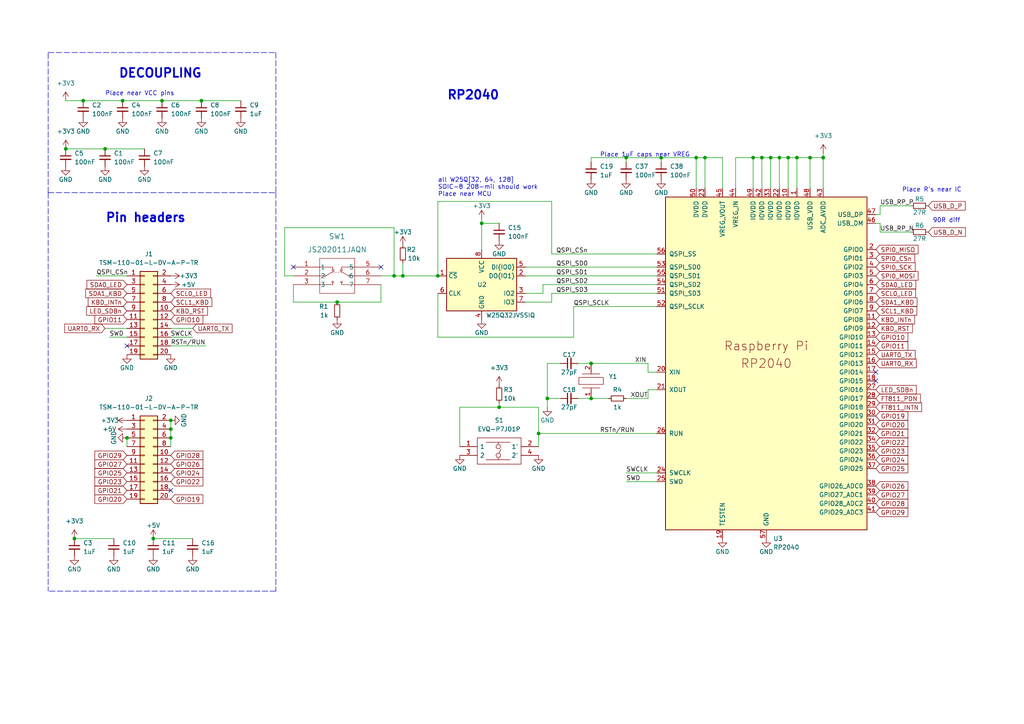
<source format=kicad_sch>
(kicad_sch (version 20211123) (generator eeschema)
  (paper "A4")
  (lib_symbols
    (symbol "Connector_Generic:Conn_02x10_Odd_Even" (pin_names (offset 1.016) hide)
      (property "Reference" "J" (at 1.27 12.7 0))
      (property "Value" "Conn_02x10_Odd_Even" (at 1.27 -15.24 0))
      (symbol "Conn_02x10_Odd_Even_1_1"
        (rectangle (start -1.27 -12.573) (end 0 -12.827) (stroke (width 0.1524)))
        (rectangle (start -1.27 -10.033) (end 0 -10.287) (stroke (width 0.1524)))
        (rectangle (start -1.27 -7.493) (end 0 -7.747) (stroke (width 0.1524)))
        (rectangle (start -1.27 -4.953) (end 0 -5.207) (stroke (width 0.1524)))
        (rectangle (start -1.27 -2.413) (end 0 -2.667) (stroke (width 0.1524)))
        (rectangle (start -1.27 0.127) (end 0 -0.127) (stroke (width 0.1524)))
        (rectangle (start -1.27 2.667) (end 0 2.413) (stroke (width 0.1524)))
        (rectangle (start -1.27 5.207) (end 0 4.953) (stroke (width 0.1524)))
        (rectangle (start -1.27 7.747) (end 0 7.493) (stroke (width 0.1524)))
        (rectangle (start -1.27 10.287) (end 0 10.033) (stroke (width 0.1524)))
        (rectangle (start -1.27 11.43) (end 3.81 -13.97) (stroke (width 0.254)) (fill (type background)))
        (rectangle (start 3.81 -12.573) (end 2.54 -12.827) (stroke (width 0.1524)))
        (rectangle (start 3.81 -10.033) (end 2.54 -10.287) (stroke (width 0.1524)))
        (rectangle (start 3.81 -7.493) (end 2.54 -7.747) (stroke (width 0.1524)))
        (rectangle (start 3.81 -4.953) (end 2.54 -5.207) (stroke (width 0.1524)))
        (rectangle (start 3.81 -2.413) (end 2.54 -2.667) (stroke (width 0.1524)))
        (rectangle (start 3.81 0.127) (end 2.54 -0.127) (stroke (width 0.1524)))
        (rectangle (start 3.81 2.667) (end 2.54 2.413) (stroke (width 0.1524)))
        (rectangle (start 3.81 5.207) (end 2.54 4.953) (stroke (width 0.1524)))
        (rectangle (start 3.81 7.747) (end 2.54 7.493) (stroke (width 0.1524)))
        (rectangle (start 3.81 10.287) (end 2.54 10.033) (stroke (width 0.1524)))
        (pin passive line (at -5.08 10.16 0) (length 3.81) (name "Pin_1") (number "1"))
        (pin passive line (at 7.62 0 180) (length 3.81) (name "Pin_10") (number "10"))
        (pin passive line (at -5.08 -2.54 0) (length 3.81) (name "Pin_11") (number "11"))
        (pin passive line (at 7.62 -2.54 180) (length 3.81) (name "Pin_12") (number "12"))
        (pin passive line (at -5.08 -5.08 0) (length 3.81) (name "Pin_13") (number "13"))
        (pin passive line (at 7.62 -5.08 180) (length 3.81) (name "Pin_14") (number "14"))
        (pin passive line (at -5.08 -7.62 0) (length 3.81) (name "Pin_15") (number "15"))
        (pin passive line (at 7.62 -7.62 180) (length 3.81) (name "Pin_16") (number "16"))
        (pin passive line (at -5.08 -10.16 0) (length 3.81) (name "Pin_17") (number "17"))
        (pin passive line (at 7.62 -10.16 180) (length 3.81) (name "Pin_18") (number "18"))
        (pin passive line (at -5.08 -12.7 0) (length 3.81) (name "Pin_19") (number "19"))
        (pin passive line (at 7.62 10.16 180) (length 3.81) (name "Pin_2") (number "2"))
        (pin passive line (at 7.62 -12.7 180) (length 3.81) (name "Pin_20") (number "20"))
        (pin passive line (at -5.08 7.62 0) (length 3.81) (name "Pin_3") (number "3"))
        (pin passive line (at 7.62 7.62 180) (length 3.81) (name "Pin_4") (number "4"))
        (pin passive line (at -5.08 5.08 0) (length 3.81) (name "Pin_5") (number "5"))
        (pin passive line (at 7.62 5.08 180) (length 3.81) (name "Pin_6") (number "6"))
        (pin passive line (at -5.08 2.54 0) (length 3.81) (name "Pin_7") (number "7"))
        (pin passive line (at 7.62 2.54 180) (length 3.81) (name "Pin_8") (number "8"))
        (pin passive line (at -5.08 0 0) (length 3.81) (name "Pin_9") (number "9"))
      )
    )
    (symbol "Device:C_Small" (pin_numbers hide) (pin_names (offset 0.254) hide)
      (property "Reference" "C" (at 0.254 1.778 0))
      (property "Value" "C_Small" (at 0.254 -2.032 0))
      (symbol "C_Small_0_1"
        (polyline (pts (xy -1.524 -0.508) (xy 1.524 -0.508)) (stroke (width 0.3302)))
        (polyline (pts (xy -1.524 0.508) (xy 1.524 0.508)) (stroke (width 0.3048)))
      )
      (symbol "C_Small_1_1"
        (pin passive line (at 0 2.54 270) (length 2.032) (name "~") (number "1"))
        (pin passive line (at 0 -2.54 90) (length 2.032) (name "~") (number "2"))
      )
    )
    (symbol "Device:R_Small" (pin_numbers hide) (pin_names (offset 0.254) hide)
      (property "Reference" "R" (at 0.762 0.508 0))
      (property "Value" "R_Small" (at 0.762 -1.016 0))
      (symbol "R_Small_0_1"
        (rectangle (start -0.762 1.778) (end 0.762 -1.778) (stroke (width 0.2032)))
      )
      (symbol "R_Small_1_1"
        (pin passive line (at 0 2.54 270) (length 0.762) (name "~") (number "1"))
        (pin passive line (at 0 -2.54 90) (length 0.762) (name "~") (number "2"))
      )
    )
    (symbol "JS202011JAQN:JS202011JAQN" (pin_names (offset 0.254))
      (property "Reference" "SW" (at 12.7 7.62 0))
      (property "Value" "JS202011JAQN" (at 12.7 5.08 0))
      (symbol "JS202011JAQN_0_1"
        (polyline (pts (xy 7.62 -7.62) (xy 17.78 -7.62)) (stroke (width 0.127)))
        (polyline (pts (xy 7.62 -5.08) (xy 11.43 -5.08)) (stroke (width 0.127)))
        (polyline (pts (xy 7.62 -2.54) (xy 8.89 -2.54)) (stroke (width 0.127)))
        (polyline (pts (xy 7.62 0) (xy 11.43 0)) (stroke (width 0.127)))
        (polyline (pts (xy 7.62 2.54) (xy 7.62 -7.62)) (stroke (width 0.127)))
        (polyline (pts (xy 9.398 -2.54) (xy 11.938 -1.016)) (stroke (width 0.127)))
        (polyline (pts (xy 11.43 -4.572) (xy 11.43 -5.08)) (stroke (width 0.127)))
        (polyline (pts (xy 11.43 -1.524) (xy 11.684 -1.524)) (stroke (width 0.127)))
        (polyline (pts (xy 11.43 0) (xy 11.43 -0.508)) (stroke (width 0.127)))
        (polyline (pts (xy 12.192 -1.524) (xy 12.446 -1.524)) (stroke (width 0.127)))
        (polyline (pts (xy 12.954 -1.524) (xy 13.208 -1.524)) (stroke (width 0.127)))
        (polyline (pts (xy 13.716 -1.524) (xy 13.97 -1.524)) (stroke (width 0.127)))
        (polyline (pts (xy 13.97 -4.572) (xy 13.97 -5.08)) (stroke (width 0.127)))
        (polyline (pts (xy 13.97 0) (xy 13.97 -0.508)) (stroke (width 0.127)))
        (polyline (pts (xy 16.002 -2.54) (xy 13.462 -1.016)) (stroke (width 0.127)))
        (polyline (pts (xy 17.78 -7.62) (xy 17.78 2.54)) (stroke (width 0.127)))
        (polyline (pts (xy 17.78 -5.08) (xy 13.97 -5.08)) (stroke (width 0.127)))
        (polyline (pts (xy 17.78 -2.54) (xy 16.51 -2.54)) (stroke (width 0.127)))
        (polyline (pts (xy 17.78 0) (xy 13.97 0)) (stroke (width 0.127)))
        (polyline (pts (xy 17.78 2.54) (xy 7.62 2.54)) (stroke (width 0.127)))
        (circle (center 9.144 -2.54) (radius 0.254) (stroke (width 0.127)))
        (circle (center 11.43 -4.318) (radius 0.254) (stroke (width 0.127)))
        (circle (center 11.43 -0.762) (radius 0.254) (stroke (width 0.127)))
        (circle (center 13.97 -4.318) (radius 0.254) (stroke (width 0.127)))
        (circle (center 13.97 -0.762) (radius 0.254) (stroke (width 0.127)))
        (circle (center 16.256 -2.54) (radius 0.254) (stroke (width 0.127)))
        (pin unspecified line (at 0 0 0) (length 7.62) (name "1") (number "1"))
        (pin unspecified line (at 0 -2.54 0) (length 7.62) (name "2") (number "2"))
        (pin unspecified line (at 0 -5.08 0) (length 7.62) (name "3") (number "3"))
        (pin unspecified line (at 25.4 0 180) (length 7.62) (name "5") (number "5"))
        (pin unspecified line (at 25.4 -2.54 180) (length 7.62) (name "6") (number "6"))
        (pin unspecified line (at 25.4 -5.08 180) (length 7.62) (name "7") (number "7"))
      )
    )
    (symbol "MCU_RaspberryPi_RP2040:RP2040" (pin_names (offset 1.016))
      (property "Reference" "U" (at -29.21 49.53 0))
      (property "Value" "RP2040" (at 24.13 -49.53 0))
      (symbol "RP2040_0_0"
        (text "Raspberry Pi" (at 0 5.08 0) (effects (font (size 2.54 2.54))))
        (text "RP2040" (at 0 0 0) (effects (font (size 2.54 2.54))))
      )
      (symbol "RP2040_0_1"
        (rectangle (start 29.21 48.26) (end -29.21 -48.26) (stroke (width 0.254)) (fill (type background)))
      )
      (symbol "RP2040_1_1"
        (pin power_in line (at 8.89 50.8 270) (length 2.54) (name "IOVDD") (number "1"))
        (pin power_in line (at 6.35 50.8 270) (length 2.54) (name "IOVDD") (number "10"))
        (pin bidirectional line (at 31.75 12.7 180) (length 2.54) (name "GPIO8") (number "11"))
        (pin bidirectional line (at 31.75 10.16 180) (length 2.54) (name "GPIO9") (number "12"))
        (pin bidirectional line (at 31.75 7.62 180) (length 2.54) (name "GPIO10") (number "13"))
        (pin bidirectional line (at 31.75 5.08 180) (length 2.54) (name "GPIO11") (number "14"))
        (pin bidirectional line (at 31.75 2.54 180) (length 2.54) (name "GPIO12") (number "15"))
        (pin bidirectional line (at 31.75 0 180) (length 2.54) (name "GPIO13") (number "16"))
        (pin bidirectional line (at 31.75 -2.54 180) (length 2.54) (name "GPIO14") (number "17"))
        (pin bidirectional line (at 31.75 -5.08 180) (length 2.54) (name "GPIO15") (number "18"))
        (pin passive line (at -12.7 -50.8 90) (length 2.54) (name "TESTEN") (number "19"))
        (pin bidirectional line (at 31.75 33.02 180) (length 2.54) (name "GPIO0") (number "2"))
        (pin input line (at -31.75 -2.54 0) (length 2.54) (name "XIN") (number "20"))
        (pin passive line (at -31.75 -7.62 0) (length 2.54) (name "XOUT") (number "21"))
        (pin power_in line (at 3.81 50.8 270) (length 2.54) (name "IOVDD") (number "22"))
        (pin power_in line (at -17.78 50.8 270) (length 2.54) (name "DVDD") (number "23"))
        (pin output line (at -31.75 -31.75 0) (length 2.54) (name "SWCLK") (number "24"))
        (pin bidirectional line (at -31.75 -34.29 0) (length 2.54) (name "SWD") (number "25"))
        (pin input line (at -31.75 -20.32 0) (length 2.54) (name "RUN") (number "26"))
        (pin bidirectional line (at 31.75 -7.62 180) (length 2.54) (name "GPIO16") (number "27"))
        (pin bidirectional line (at 31.75 -10.16 180) (length 2.54) (name "GPIO17") (number "28"))
        (pin bidirectional line (at 31.75 -12.7 180) (length 2.54) (name "GPIO18") (number "29"))
        (pin bidirectional line (at 31.75 30.48 180) (length 2.54) (name "GPIO1") (number "3"))
        (pin bidirectional line (at 31.75 -15.24 180) (length 2.54) (name "GPIO19") (number "30"))
        (pin bidirectional line (at 31.75 -17.78 180) (length 2.54) (name "GPIO20") (number "31"))
        (pin bidirectional line (at 31.75 -20.32 180) (length 2.54) (name "GPIO21") (number "32"))
        (pin power_in line (at 1.27 50.8 270) (length 2.54) (name "IOVDD") (number "33"))
        (pin bidirectional line (at 31.75 -22.86 180) (length 2.54) (name "GPIO22") (number "34"))
        (pin bidirectional line (at 31.75 -25.4 180) (length 2.54) (name "GPIO23") (number "35"))
        (pin bidirectional line (at 31.75 -27.94 180) (length 2.54) (name "GPIO24") (number "36"))
        (pin bidirectional line (at 31.75 -30.48 180) (length 2.54) (name "GPIO25") (number "37"))
        (pin bidirectional line (at 31.75 -35.56 180) (length 2.54) (name "GPIO26_ADC0") (number "38"))
        (pin bidirectional line (at 31.75 -38.1 180) (length 2.54) (name "GPIO27_ADC1") (number "39"))
        (pin bidirectional line (at 31.75 27.94 180) (length 2.54) (name "GPIO2") (number "4"))
        (pin bidirectional line (at 31.75 -40.64 180) (length 2.54) (name "GPIO28_ADC2") (number "40"))
        (pin bidirectional line (at 31.75 -43.18 180) (length 2.54) (name "GPIO29_ADC3") (number "41"))
        (pin power_in line (at -1.27 50.8 270) (length 2.54) (name "IOVDD") (number "42"))
        (pin power_in line (at 16.51 50.8 270) (length 2.54) (name "ADC_AVDD") (number "43"))
        (pin power_in line (at -8.89 50.8 270) (length 2.54) (name "VREG_IN") (number "44"))
        (pin power_out line (at -12.7 50.8 270) (length 2.54) (name "VREG_VOUT") (number "45"))
        (pin bidirectional line (at 31.75 40.64 180) (length 2.54) (name "USB_DM") (number "46"))
        (pin bidirectional line (at 31.75 43.18 180) (length 2.54) (name "USB_DP") (number "47"))
        (pin power_in line (at 12.7 50.8 270) (length 2.54) (name "USB_VDD") (number "48"))
        (pin power_in line (at -3.81 50.8 270) (length 2.54) (name "IOVDD") (number "49"))
        (pin bidirectional line (at 31.75 25.4 180) (length 2.54) (name "GPIO3") (number "5"))
        (pin power_in line (at -20.32 50.8 270) (length 2.54) (name "DVDD") (number "50"))
        (pin bidirectional line (at -31.75 20.32 0) (length 2.54) (name "QSPI_SD3") (number "51"))
        (pin output line (at -31.75 16.51 0) (length 2.54) (name "QSPI_SCLK") (number "52"))
        (pin bidirectional line (at -31.75 27.94 0) (length 2.54) (name "QSPI_SD0") (number "53"))
        (pin bidirectional line (at -31.75 22.86 0) (length 2.54) (name "QSPI_SD2") (number "54"))
        (pin bidirectional line (at -31.75 25.4 0) (length 2.54) (name "QSPI_SD1") (number "55"))
        (pin bidirectional line (at -31.75 31.75 0) (length 2.54) (name "QSPI_SS") (number "56"))
        (pin power_in line (at 0 -50.8 90) (length 2.54) (name "GND") (number "57"))
        (pin bidirectional line (at 31.75 22.86 180) (length 2.54) (name "GPIO4") (number "6"))
        (pin bidirectional line (at 31.75 20.32 180) (length 2.54) (name "GPIO5") (number "7"))
        (pin bidirectional line (at 31.75 17.78 180) (length 2.54) (name "GPIO6") (number "8"))
        (pin bidirectional line (at 31.75 15.24 180) (length 2.54) (name "GPIO7") (number "9"))
      )
    )
    (symbol "Memory_Flash:W25Q128JVS"
      (property "Reference" "U" (at -8.89 8.89 0))
      (property "Value" "W25Q128JVS" (at 7.62 8.89 0))
      (symbol "W25Q128JVS_0_1"
        (rectangle (start -10.16 7.62) (end 10.16 -7.62) (stroke (width 0.254)) (fill (type background)))
      )
      (symbol "W25Q128JVS_1_1"
        (pin input line (at -12.7 2.54 0) (length 2.54) (name "~{CS}") (number "1"))
        (pin bidirectional line (at 12.7 2.54 180) (length 2.54) (name "DO(IO1)") (number "2"))
        (pin bidirectional line (at 12.7 -2.54 180) (length 2.54) (name "IO2") (number "3"))
        (pin power_in line (at 0 -10.16 90) (length 2.54) (name "GND") (number "4"))
        (pin bidirectional line (at 12.7 5.08 180) (length 2.54) (name "DI(IO0)") (number "5"))
        (pin input line (at -12.7 -2.54 0) (length 2.54) (name "CLK") (number "6"))
        (pin bidirectional line (at 12.7 -5.08 180) (length 2.54) (name "IO3") (number "7"))
        (pin power_in line (at 0 10.16 270) (length 2.54) (name "VCC") (number "8"))
      )
    )
    (symbol "SamacSys_Parts:445I23D12M00000" (pin_names (offset 0.762))
      (property "Reference" "Y" (at 8.89 6.35 0))
      (property "Value" "445I23D12M00000" (at 8.89 3.81 0))
      (symbol "445I23D12M00000_0_0"
        (pin passive line (at 0 0 0) (length 2.54) (name "~") (number "1"))
        (pin passive line (at 10.16 0 180) (length 2.54) (name "~") (number "2"))
      )
      (symbol "445I23D12M00000_0_1"
        (polyline (pts (xy 3.048 0) (xy 2.54 0)) (stroke (width 0.1524)))
        (polyline (pts (xy 3.048 2.54) (xy 3.048 -2.54)) (stroke (width 0.1524)))
        (polyline (pts (xy 7.112 0) (xy 7.62 0)) (stroke (width 0.1524)))
        (polyline (pts (xy 7.112 2.54) (xy 7.112 -2.54)) (stroke (width 0.1524)))
        (polyline (pts (xy 4.064 3.556) (xy 4.064 -3.556) (xy 6.096 -3.556) (xy 6.096 3.556) (xy 4.064 3.556)) (stroke (width 0.1524)))
      )
    )
    (symbol "SamacSys_Parts:EVQ-P7J01P" (pin_names (offset 0.762))
      (property "Reference" "S?" (at 11.43 7.62 0))
      (property "Value" "EVQ-P7J01P" (at 11.43 5.08 0))
      (symbol "EVQ-P7J01P_0_0"
        (pin passive line (at 0 0 0) (length 5.08) (name "1") (number "1"))
        (pin passive line (at 22.86 0 180) (length 5.08) (name "1'") (number "2"))
        (pin passive line (at 0 -2.54 0) (length 5.08) (name "2") (number "3"))
        (pin passive line (at 22.86 -2.54 180) (length 5.08) (name "2'") (number "4"))
      )
      (symbol "EVQ-P7J01P_0_1"
        (polyline (pts (xy 7.62 -3.81) (xy 14.605 -3.81)))
        (polyline (pts (xy 7.62 1.27) (xy 14.605 1.27)))
        (polyline (pts (xy 11.176 -3.302) (xy 11.176 -3.81)))
        (polyline (pts (xy 11.176 0.762) (xy 11.176 1.27)))
        (polyline (pts (xy 11.43 -1.778) (xy 11.938 -0.762)))
        (polyline (pts (xy 5.08 2.54) (xy 17.78 2.54) (xy 17.78 -5.08) (xy 5.08 -5.08) (xy 5.08 2.54)) (stroke (width 0.1524)))
        (circle (center 11.176 -2.54) (radius 0.635))
        (circle (center 11.176 0) (radius 0.635))
      )
    )
    (symbol "power:+3V3" (power) (pin_names (offset 0))
      (property "Value" "+3V3" (at 0 3.556 0))
      (symbol "+3V3_0_1"
        (polyline (pts (xy -0.762 1.27) (xy 0 2.54)))
        (polyline (pts (xy 0 0) (xy 0 2.54)))
        (polyline (pts (xy 0 2.54) (xy 0.762 1.27)))
      )
      (symbol "+3V3_1_1"
        (pin power_in line (at 0 0 90) (length 0) hide (name "+3V3") (number "1"))
      )
    )
    (symbol "power:+5V" (power) (pin_names (offset 0))
      (property "Value" "+5V" (at 0 3.556 0))
      (symbol "+5V_0_1"
        (polyline (pts (xy -0.762 1.27) (xy 0 2.54)))
        (polyline (pts (xy 0 0) (xy 0 2.54)))
        (polyline (pts (xy 0 2.54) (xy 0.762 1.27)))
      )
      (symbol "+5V_1_1"
        (pin power_in line (at 0 0 90) (length 0) hide (name "+5V") (number "1"))
      )
    )
    (symbol "power:GND" (power) (pin_names (offset 0))
      (property "Value" "GND" (at 0 -3.81 0))
      (symbol "GND_0_1"
        (polyline (pts (xy 0 0) (xy 0 -1.27) (xy 1.27 -1.27) (xy 0 -2.54) (xy -1.27 -1.27) (xy 0 -1.27)))
      )
      (symbol "GND_1_1"
        (pin power_in line (at 0 0 270) (length 0) hide (name "GND") (number "1"))
      )
    )
  )
  (junction (at 228.6 45.72))
  (junction (at 24.13 29.21))
  (junction (at 234.95 45.72))
  (junction (at 144.78 118.11))
  (junction (at 49.53 127))
  (junction (at 49.53 121.92))
  (junction (at 19.0896 43.18))
  (junction (at 58.42 29.21))
  (junction (at 35.56 29.21))
  (junction (at 220.98 45.72))
  (junction (at 158.75 115.57))
  (junction (at 171.45 105.41))
  (junction (at 49.53 124.46))
  (junction (at 218.44 45.72))
  (junction (at 201.93 45.72))
  (junction (at 231.14 45.72))
  (junction (at 116.84 80.01))
  (junction (at 21.59 156.21))
  (junction (at 238.76 45.72))
  (junction (at 223.52 45.72))
  (junction (at 127 80.01))
  (junction (at 226.06 45.72))
  (junction (at 191.77 45.72))
  (junction (at 181.61 45.72))
  (junction (at 204.47 45.72))
  (junction (at 44.45 156.21))
  (junction (at 139.7 64.77))
  (junction (at 46.99 29.21))
  (junction (at 171.45 115.57))
  (junction (at 30.48 43.18))
  (junction (at 36.83 127))
  (junction (at 156.21 125.73))
  (junction (at 97.79 87.63))
  (junction (at 114.3 80.01))
  (no_connect (at 36.83 100.33))
  (no_connect (at 85.09 77.47))
  (no_connect (at 254 110.49))
  (no_connect (at 254 107.95))
  (no_connect (at 110.49 77.47))
  (no_connect (at 49.53 142.24))
  (polyline (pts (xy 13.97 15.24) (xy 80.01 15.24)))
  (wire (pts (xy 218.44 45.72) (xy 220.98 45.72)))
  (wire (pts (xy 49.53 121.92) (xy 49.53 124.46)))
  (wire (pts (xy 144.78 64.77) (xy 139.7 64.77)))
  (wire (pts (xy 187.96 107.95) (xy 187.96 105.41)))
  (wire (pts (xy 152.4 80.01) (xy 190.5 80.01)))
  (wire (pts (xy 190.5 82.55) (xy 157.48 82.55)))
  (wire (pts (xy 30.48 43.18) (xy 41.91 43.18)))
  (wire (pts (xy 85.09 87.63) (xy 85.09 82.55)))
  (wire (pts (xy 187.96 115.57) (xy 187.96 113.03)))
  (wire (pts (xy 181.61 137.16) (xy 190.5 137.16)))
  (wire (pts (xy 82.55 80.01) (xy 85.09 80.01)))
  (wire (pts (xy 191.77 45.72) (xy 191.77 46.99)))
  (wire (pts (xy 158.75 115.57) (xy 158.75 105.41)))
  (wire (pts (xy 127 58.42) (xy 160.02 58.42)))
  (wire (pts (xy 19.05 29.21) (xy 24.13 29.21)))
  (wire (pts (xy 55.88 97.79) (xy 49.53 97.79)))
  (wire (pts (xy 157.48 85.09) (xy 152.4 85.09)))
  (polyline (pts (xy 13.97 55.88) (xy 13.97 15.24)))
  (wire (pts (xy 166.37 88.9) (xy 166.37 97.79)))
  (wire (pts (xy 156.21 125.73) (xy 156.21 129.54)))
  (wire (pts (xy 19.0896 43.18) (xy 30.48 43.18)))
  (wire (pts (xy 19.0896 43.18) (xy 19.05 43.18)))
  (wire (pts (xy 209.55 54.61) (xy 209.55 45.72)))
  (wire (pts (xy 181.61 139.7) (xy 190.5 139.7)))
  (wire (pts (xy 234.95 45.72) (xy 234.95 54.61)))
  (wire (pts (xy 220.98 45.72) (xy 223.52 45.72)))
  (wire (pts (xy 226.06 45.72) (xy 226.06 54.61)))
  (wire (pts (xy 21.59 156.21) (xy 33.02 156.21)))
  (wire (pts (xy 190.5 88.9) (xy 166.37 88.9)))
  (wire (pts (xy 228.6 45.72) (xy 231.14 45.72)))
  (wire (pts (xy 110.49 80.01) (xy 114.3 80.01)))
  (wire (pts (xy 167.64 105.41) (xy 171.45 105.41)))
  (wire (pts (xy 228.6 45.72) (xy 228.6 54.61)))
  (wire (pts (xy 213.36 54.61) (xy 213.36 45.72)))
  (wire (pts (xy 30.48 95.25) (xy 36.83 95.25)))
  (wire (pts (xy 44.45 156.21) (xy 55.88 156.21)))
  (wire (pts (xy 187.96 113.03) (xy 190.5 113.03)))
  (polyline (pts (xy 13.97 55.88) (xy 13.97 171.45)))
  (polyline (pts (xy 80.01 55.88) (xy 80.01 171.45)))
  (wire (pts (xy 133.35 118.11) (xy 144.78 118.11)))
  (wire (pts (xy 231.14 45.72) (xy 234.95 45.72)))
  (wire (pts (xy 234.95 45.72) (xy 238.76 45.72)))
  (wire (pts (xy 220.98 45.72) (xy 220.98 54.61)))
  (wire (pts (xy 55.88 95.25) (xy 49.53 95.25)))
  (wire (pts (xy 127 58.42) (xy 127 80.01)))
  (wire (pts (xy 171.45 105.41) (xy 187.96 105.41)))
  (wire (pts (xy 171.45 45.72) (xy 181.61 45.72)))
  (wire (pts (xy 201.93 45.72) (xy 191.77 45.72)))
  (wire (pts (xy 35.56 29.21) (xy 24.13 29.21)))
  (wire (pts (xy 190.5 107.95) (xy 187.96 107.95)))
  (wire (pts (xy 97.79 87.63) (xy 110.49 87.63)))
  (polyline (pts (xy 80.01 171.45) (xy 13.97 171.45)))
  (wire (pts (xy 36.83 127) (xy 36.83 129.54)))
  (wire (pts (xy 209.55 45.72) (xy 204.47 45.72)))
  (wire (pts (xy 255.27 67.31) (xy 255.27 64.77)))
  (wire (pts (xy 49.53 100.33) (xy 59.69 100.33)))
  (wire (pts (xy 171.45 115.57) (xy 176.53 115.57)))
  (wire (pts (xy 114.3 80.01) (xy 116.84 80.01)))
  (wire (pts (xy 264.16 59.69) (xy 255.27 59.69)))
  (wire (pts (xy 157.48 82.55) (xy 157.48 85.09)))
  (wire (pts (xy 144.78 116.84) (xy 144.78 118.11)))
  (wire (pts (xy 218.44 54.61) (xy 218.44 45.72)))
  (wire (pts (xy 152.4 77.47) (xy 190.5 77.47)))
  (wire (pts (xy 46.99 29.21) (xy 35.56 29.21)))
  (wire (pts (xy 181.61 115.57) (xy 187.96 115.57)))
  (wire (pts (xy 139.7 64.77) (xy 139.7 63.5)))
  (wire (pts (xy 116.84 76.2) (xy 116.84 80.01)))
  (wire (pts (xy 158.75 118.11) (xy 158.75 115.57)))
  (wire (pts (xy 255.27 64.77) (xy 254 64.77)))
  (wire (pts (xy 58.42 29.21) (xy 69.85 29.21)))
  (wire (pts (xy 264.16 67.31) (xy 255.27 67.31)))
  (wire (pts (xy 156.21 118.11) (xy 144.78 118.11)))
  (wire (pts (xy 31.75 97.79) (xy 36.83 97.79)))
  (wire (pts (xy 226.06 45.72) (xy 228.6 45.72)))
  (wire (pts (xy 49.53 124.46) (xy 49.53 127)))
  (wire (pts (xy 114.3 66.04) (xy 82.55 66.04)))
  (wire (pts (xy 181.61 45.72) (xy 181.61 46.99)))
  (wire (pts (xy 116.84 80.01) (xy 127 80.01)))
  (wire (pts (xy 160.02 87.63) (xy 152.4 87.63)))
  (wire (pts (xy 223.52 45.72) (xy 223.52 54.61)))
  (wire (pts (xy 223.52 45.72) (xy 226.06 45.72)))
  (wire (pts (xy 158.75 115.57) (xy 162.56 115.57)))
  (wire (pts (xy 156.21 118.11) (xy 156.21 125.73)))
  (wire (pts (xy 191.77 45.72) (xy 181.61 45.72)))
  (wire (pts (xy 190.5 125.73) (xy 156.21 125.73)))
  (wire (pts (xy 190.5 85.09) (xy 160.02 85.09)))
  (wire (pts (xy 160.02 73.66) (xy 190.5 73.66)))
  (wire (pts (xy 114.3 80.01) (xy 114.3 66.04)))
  (wire (pts (xy 110.49 87.63) (xy 110.49 82.55)))
  (wire (pts (xy 160.02 85.09) (xy 160.02 87.63)))
  (wire (pts (xy 27.94 80.01) (xy 36.83 80.01)))
  (wire (pts (xy 238.76 45.72) (xy 238.76 54.61)))
  (polyline (pts (xy 13.97 55.88) (xy 80.01 55.88)))
  (wire (pts (xy 82.55 66.04) (xy 82.55 80.01)))
  (wire (pts (xy 167.64 115.57) (xy 171.45 115.57)))
  (wire (pts (xy 255.27 59.69) (xy 255.27 62.23)))
  (wire (pts (xy 204.47 45.72) (xy 204.47 54.61)))
  (wire (pts (xy 127 97.79) (xy 127 85.09)))
  (wire (pts (xy 166.37 97.79) (xy 127 97.79)))
  (wire (pts (xy 204.47 45.72) (xy 201.93 45.72)))
  (wire (pts (xy 238.76 44.45) (xy 238.76 45.72)))
  (wire (pts (xy 133.35 129.54) (xy 133.35 118.11)))
  (wire (pts (xy 139.7 64.77) (xy 139.7 72.39)))
  (wire (pts (xy 201.93 45.72) (xy 201.93 54.61)))
  (wire (pts (xy 58.42 29.21) (xy 46.99 29.21)))
  (polyline (pts (xy 80.01 15.24) (xy 80.01 55.88)))
  (wire (pts (xy 171.45 45.72) (xy 171.45 46.99)))
  (wire (pts (xy 158.75 105.41) (xy 162.56 105.41)))
  (wire (pts (xy 49.53 127) (xy 49.53 129.54)))
  (wire (pts (xy 213.36 45.72) (xy 218.44 45.72)))
  (wire (pts (xy 231.14 45.72) (xy 231.14 54.61)))
  (wire (pts (xy 160.02 58.42) (xy 160.02 73.66)))
  (wire (pts (xy 97.79 87.63) (xy 85.09 87.63)))
  (wire (pts (xy 255.27 62.23) (xy 254 62.23)))
  (text "DECOUPLING" (at 34.29 22.86 0) (effects (font (size 2.54 2.54) (thickness 0.508) bold) (justify left bottom)))
  (text "Place 1uF caps near VREG" (at 173.99 45.72 0) (effects (font (size 1.27 1.27)) (justify left bottom)))
  (text "RP2040" (at 129.54 29.21 0) (effects (font (size 2.54 2.54) (thickness 0.508) bold) (justify left bottom)))
  (text "all W25Q[32, 64, 128]\nSOIC-8 208-mil should work\nPlace near MCU" (at 127 57.15 0) (effects (font (size 1.27 1.27)) (justify left bottom)))
  (text "Place near VCC pins" (at 30.48 27.94 0) (effects (font (size 1.27 1.27)) (justify left bottom)))
  (text "90R diff" (at 270.51 64.77 0) (effects (font (size 1.27 1.27)) (justify left bottom)))
  (text "Place R's near IC" (at 261.62 55.88 0) (effects (font (size 1.27 1.27)) (justify left bottom)))
  (text "Pin headers" (at 30.48 64.77 0) (effects (font (size 2.54 2.54) (thickness 0.508) bold) (justify left bottom)))
  (label "QSPI_SCLK" (at 166.37 88.9 0))
  (label "USB_RP_N" (at 255.27 67.31 0))
  (label "RSTn{slash}RUN" (at 173.99 125.73 0))
  (label "XIN" (at 184.15 105.41 0))
  (label "XOUT" (at 182.88 115.57 0))
  (label "SWCLK" (at 181.61 137.16 0))
  (label "USB_RP_P" (at 255.27 59.69 0))
  (label "SWCLK" (at 55.88 97.79 180))
  (label "QSPI_CSn" (at 161.29 73.66 0))
  (label "SWD" (at 181.61 139.7 0))
  (label "RSTn{slash}RUN" (at 49.53 100.33 0))
  (label "QSPI_SD1" (at 161.29 80.01 0))
  (label "SWD" (at 31.75 97.79 0))
  (label "QSPI_SD2" (at 161.29 82.55 0))
  (label "QSPI_SD3" (at 161.29 85.09 0))
  (label "QSPI_SD0" (at 161.29 77.47 0))
  (label "QSPI_CSn" (at 27.94 80.01 0))
  (global_label "GPIO21" (shape input) (at 254 125.73 0) (property "Intersheet References" "${INTERSHEET_REFS}" (effects hide)))
  (global_label "UART0_RX" (shape input) (at 30.48 95.25 180) (property "Intersheet References" "${INTERSHEET_REFS}" (effects hide)))
  (global_label "SPI0_SCK" (shape input) (at 254 77.47 0) (property "Intersheet References" "${INTERSHEET_REFS}" (effects hide)))
  (global_label "GPIO11" (shape input) (at 36.83 92.71 180) (property "Intersheet References" "${INTERSHEET_REFS}" (effects hide)))
  (global_label "GPIO21" (shape input) (at 36.83 142.24 180) (property "Intersheet References" "${INTERSHEET_REFS}" (effects hide)))
  (global_label "GPIO10" (shape input) (at 49.53 92.71 0) (property "Intersheet References" "${INTERSHEET_REFS}" (effects hide)))
  (global_label "USB_D_P" (shape input) (at 269.24 59.69 0) (property "Intersheet References" "${INTERSHEET_REFS}" (effects hide)))
  (global_label "FT811_PDN" (shape input) (at 254 115.57 0) (property "Intersheet References" "${INTERSHEET_REFS}" (effects hide)))
  (global_label "SPI0_MISO" (shape input) (at 254 72.39 0) (property "Intersheet References" "${INTERSHEET_REFS}" (effects hide)))
  (global_label "GPIO28" (shape input) (at 49.53 132.08 0) (property "Intersheet References" "${INTERSHEET_REFS}" (effects hide)))
  (global_label "SPI0_MOSI" (shape input) (at 254 80.01 0) (property "Intersheet References" "${INTERSHEET_REFS}" (effects hide)))
  (global_label "KBD_INTn" (shape input) (at 36.83 87.63 180) (property "Intersheet References" "${INTERSHEET_REFS}" (effects hide)))
  (global_label "SDA1_KBD" (shape input) (at 254 87.63 0) (property "Intersheet References" "${INTERSHEET_REFS}" (effects hide)))
  (global_label "GPIO20" (shape input) (at 36.83 144.78 180) (property "Intersheet References" "${INTERSHEET_REFS}" (effects hide)))
  (global_label "SDA0_LED" (shape input) (at 36.83 82.55 180) (property "Intersheet References" "${INTERSHEET_REFS}" (effects hide)))
  (global_label "KBD_RST" (shape input) (at 49.53 90.17 0) (property "Intersheet References" "${INTERSHEET_REFS}" (effects hide)))
  (global_label "GPIO11" (shape input) (at 254 100.33 0) (property "Intersheet References" "${INTERSHEET_REFS}" (effects hide)))
  (global_label "SPI0_CSn" (shape input) (at 254 74.93 0) (property "Intersheet References" "${INTERSHEET_REFS}" (effects hide)))
  (global_label "UART0_TX" (shape input) (at 55.88 95.25 0) (property "Intersheet References" "${INTERSHEET_REFS}" (effects hide)))
  (global_label "SCL0_LED" (shape input) (at 49.53 85.09 0) (property "Intersheet References" "${INTERSHEET_REFS}" (effects hide)))
  (global_label "GPIO25" (shape input) (at 254 135.89 0) (property "Intersheet References" "${INTERSHEET_REFS}" (effects hide)))
  (global_label "SCL1_KBD" (shape input) (at 254 90.17 0) (property "Intersheet References" "${INTERSHEET_REFS}" (effects hide)))
  (global_label "GPIO19" (shape input) (at 254 120.65 0) (property "Intersheet References" "${INTERSHEET_REFS}" (effects hide)))
  (global_label "GPIO29" (shape input) (at 254 148.59 0) (property "Intersheet References" "${INTERSHEET_REFS}" (effects hide)))
  (global_label "SDA0_LED" (shape input) (at 254 82.55 0) (property "Intersheet References" "${INTERSHEET_REFS}" (effects hide)))
  (global_label "LED_SDBn" (shape input) (at 36.83 90.17 180) (property "Intersheet References" "${INTERSHEET_REFS}" (effects hide)))
  (global_label "GPIO19" (shape input) (at 49.53 144.78 0) (property "Intersheet References" "${INTERSHEET_REFS}" (effects hide)))
  (global_label "GPIO23" (shape input) (at 254 130.81 0) (property "Intersheet References" "${INTERSHEET_REFS}" (effects hide)))
  (global_label "GPIO22" (shape input) (at 254 128.27 0) (property "Intersheet References" "${INTERSHEET_REFS}" (effects hide)))
  (global_label "FT811_INTN" (shape input) (at 254 118.11 0) (property "Intersheet References" "${INTERSHEET_REFS}" (effects hide)))
  (global_label "GPIO27" (shape input) (at 254 143.51 0) (property "Intersheet References" "${INTERSHEET_REFS}" (effects hide)))
  (global_label "GPIO24" (shape input) (at 254 133.35 0) (property "Intersheet References" "${INTERSHEET_REFS}" (effects hide)))
  (global_label "GPIO26" (shape input) (at 49.53 134.62 0) (property "Intersheet References" "${INTERSHEET_REFS}" (effects hide)))
  (global_label "GPIO27" (shape input) (at 36.83 134.62 180) (property "Intersheet References" "${INTERSHEET_REFS}" (effects hide)))
  (global_label "SDA1_KBD" (shape input) (at 36.83 85.09 180) (property "Intersheet References" "${INTERSHEET_REFS}" (effects hide)))
  (global_label "GPIO24" (shape input) (at 49.53 137.16 0) (property "Intersheet References" "${INTERSHEET_REFS}" (effects hide)))
  (global_label "GPIO28" (shape input) (at 254 146.05 0) (property "Intersheet References" "${INTERSHEET_REFS}" (effects hide)))
  (global_label "GPIO23" (shape input) (at 36.83 139.7 180) (property "Intersheet References" "${INTERSHEET_REFS}" (effects hide)))
  (global_label "KBD_INTn" (shape input) (at 254 92.71 0) (property "Intersheet References" "${INTERSHEET_REFS}" (effects hide)))
  (global_label "SCL1_KBD" (shape input) (at 49.53 87.63 0) (property "Intersheet References" "${INTERSHEET_REFS}" (effects hide)))
  (global_label "SCL0_LED" (shape input) (at 254 85.09 0) (property "Intersheet References" "${INTERSHEET_REFS}" (effects hide)))
  (global_label "GPIO25" (shape input) (at 36.83 137.16 180) (property "Intersheet References" "${INTERSHEET_REFS}" (effects hide)))
  (global_label "UART0_RX" (shape input) (at 254 105.41 0) (property "Intersheet References" "${INTERSHEET_REFS}" (effects hide)))
  (global_label "GPIO26" (shape input) (at 254 140.97 0) (property "Intersheet References" "${INTERSHEET_REFS}" (effects hide)))
  (global_label "GPIO20" (shape input) (at 254 123.19 0) (property "Intersheet References" "${INTERSHEET_REFS}" (effects hide)))
  (global_label "GPIO10" (shape input) (at 254 97.79 0) (property "Intersheet References" "${INTERSHEET_REFS}" (effects hide)))
  (global_label "GPIO22" (shape input) (at 49.53 139.7 0) (property "Intersheet References" "${INTERSHEET_REFS}" (effects hide)))
  (global_label "GPIO29" (shape input) (at 36.83 132.08 180) (property "Intersheet References" "${INTERSHEET_REFS}" (effects hide)))
  (global_label "LED_SDBn" (shape input) (at 254 113.03 0) (property "Intersheet References" "${INTERSHEET_REFS}" (effects hide)))
  (global_label "UART0_TX" (shape input) (at 254 102.87 0) (property "Intersheet References" "${INTERSHEET_REFS}" (effects hide)))
  (global_label "KBD_RST" (shape input) (at 254 95.25 0) (property "Intersheet References" "${INTERSHEET_REFS}" (effects hide)))
  (global_label "USB_D_N" (shape input) (at 269.24 67.31 0) (property "Intersheet References" "${INTERSHEET_REFS}" (effects hide)))
  (symbol (lib_id "Device:R_Small") (at 97.79 90.17 0) (unit 1)
    (property "Reference" "R1" (at 95.25 88.8999 0) (effects (justify right)))
    (property "Value" "1k" (at 95.25 91.4399 0) (effects (justify right)))
    (property "Footprint" "Resistor_SMD:R_0402_1005Metric" (effects hide))
    (property "LCSC" "C279981" (effects hide))
  )
  (symbol (lib_id "power:+3V3") (at 19.05 29.21 0) (unit 1)
    (property "Reference" "#PWR04" (effects hide))
    (property "Value" "+3V3" (at 19.05 24.13 0))
  )
  (symbol (lib_id "Memory_Flash:W25Q128JVS") (at 139.7 82.55 0) (unit 1)
    (property "Reference" "U2" (at 138.43 82.55 0) (effects (justify left)))
    (property "Value" "W25Q32JVSSIQ" (at 140.97 91.44 0) (effects (justify left)))
    (property "Footprint" "Package_SO:SOIC-8_5.23x5.23mm_P1.27mm" (effects hide))
    (property "Datasheet" "http://www.winbond.com/resource-files/w25q128jv_dtr%20revc%2003272018%20plus.pdf" (effects hide))
    (property "LCSC" "C179173" (effects hide))
  )
  (symbol (lib_id "Device:R_Small") (at 266.7 67.31 90) (unit 1)
    (property "Reference" "R6" (at 266.7 65.405 90))
    (property "Value" "27R" (at 266.7 69.215 90))
    (property "Footprint" "Resistor_SMD:R_0402_1005Metric" (effects hide))
    (property "LCSC" "C25100" (effects hide))
  )
  (symbol (lib_id "Device:C_Small") (at 46.99 31.75 0) (unit 1)
    (property "Reference" "C6" (at 49.53 30.4862 0) (effects (justify left)))
    (property "Value" "100nF" (at 49.53 33.0262 0) (effects (justify left)))
    (property "Footprint" "Capacitor_SMD:C_0402_1005Metric" (effects hide))
    (property "LCSC" "C1525" (effects hide))
  )
  (symbol (lib_id "power:+3V3") (at 238.76 44.45 0) (unit 1)
    (property "Reference" "#PWR050" (effects hide))
    (property "Value" "+3V3" (at 238.76 39.37 0))
  )
  (symbol (lib_id "Device:C_Small") (at 144.78 67.31 0) (unit 1)
    (property "Reference" "C15" (at 147.32 66.0462 0) (effects (justify left)))
    (property "Value" "100nF" (at 147.32 68.5862 0) (effects (justify left)))
    (property "Footprint" "Capacitor_SMD:C_0402_1005Metric" (effects hide))
    (property "LCSC" "C1525" (effects hide))
  )
  (symbol (lib_id "power:+3V3") (at 21.59 156.21 0) (unit 1)
    (property "Reference" "#PWR0105" (effects hide))
    (property "Value" "+3V3" (at 21.59 151.13 0))
  )
  (symbol (lib_id "power:GND") (at 209.55 156.21 0) (unit 1)
    (property "Reference" "#PWR046" (effects hide))
    (property "Value" "GND" (at 209.55 160.02 0))
  )
  (symbol (lib_id "Device:C_Small") (at 41.91 45.72 0) (unit 1)
    (property "Reference" "C7" (at 44.45 44.4562 0) (effects (justify left)))
    (property "Value" "100nF" (at 44.45 46.9962 0) (effects (justify left)))
    (property "Footprint" "Capacitor_SMD:C_0402_1005Metric" (effects hide))
    (property "LCSC" "C1525" (effects hide))
  )
  (symbol (lib_id "JS202011JAQN:JS202011JAQN") (at 85.09 77.47 0) (unit 1)
    (property "Reference" "SW1" (at 97.79 68.58 0) (effects (font (size 1.524 1.524))))
    (property "Value" "JS202011JAQN" (at 97.79 72.39 0) (effects (font (size 1.524 1.524))))
    (property "Footprint" "JS202011JAQN:JS202011JAQN" (effects hide))
    (property "Datasheet" "JS202011JAQN" (effects hide))
    (property "LCSC" "C221664" (effects hide))
  )
  (symbol (lib_id "Device:R_Small") (at 266.7 59.69 90) (unit 1)
    (property "Reference" "R5" (at 266.7 57.785 90))
    (property "Value" "27R" (at 266.7 61.595 90))
    (property "Footprint" "Resistor_SMD:R_0402_1005Metric" (effects hide))
    (property "LCSC" "C25100" (effects hide))
  )
  (symbol (lib_id "Device:C_Small") (at 24.13 31.75 0) (unit 1)
    (property "Reference" "C2" (at 26.67 30.4862 0) (effects (justify left)))
    (property "Value" "100nF" (at 26.67 33.0262 0) (effects (justify left)))
    (property "Footprint" "Capacitor_SMD:C_0402_1005Metric" (effects hide))
    (property "LCSC" "C1525" (effects hide))
  )
  (symbol (lib_id "power:GND") (at 36.83 102.87 0) (unit 1)
    (property "Reference" "#PWR07" (effects hide))
    (property "Value" "GND" (at 36.83 106.68 0))
  )
  (symbol (lib_id "Device:C_Small") (at 58.42 31.75 0) (unit 1)
    (property "Reference" "C8" (at 60.96 30.4862 0) (effects (justify left)))
    (property "Value" "100nF" (at 60.96 33.0262 0) (effects (justify left)))
    (property "Footprint" "Capacitor_SMD:C_0402_1005Metric" (effects hide))
    (property "LCSC" "C1525" (effects hide))
  )
  (symbol (lib_id "power:GND") (at 46.99 34.29 0) (unit 1)
    (property "Reference" "#PWR010" (effects hide))
    (property "Value" "GND" (at 46.99 38.1 0))
  )
  (symbol (lib_id "Device:C_Small") (at 19.05 45.72 0) (unit 1)
    (property "Reference" "C5" (at 21.59 44.4562 0) (effects (justify left)))
    (property "Value" "100nF" (at 21.59 46.9962 0) (effects (justify left)))
    (property "Footprint" "Capacitor_SMD:C_0402_1005Metric" (effects hide))
    (property "LCSC" "C1525" (effects hide))
  )
  (symbol (lib_id "Device:C_Small") (at 165.1 105.41 90) (unit 1)
    (property "Reference" "C17" (at 165.1 102.87 90))
    (property "Value" "27pF" (at 165.1 107.95 90))
    (property "Footprint" "Capacitor_SMD:C_0402_1005Metric" (effects hide))
    (property "LCSC" "C126504" (effects hide))
  )
  (symbol (lib_id "power:+3V3") (at 139.7 63.5 0) (mirror y) (unit 1)
    (property "Reference" "#PWR026" (effects hide))
    (property "Value" "+3V3" (at 139.7 59.69 0))
  )
  (symbol (lib_id "power:GND") (at 41.91 48.26 0) (unit 1)
    (property "Reference" "#PWR019" (effects hide))
    (property "Value" "GND" (at 41.91 52.07 0))
  )
  (symbol (lib_id "power:GND") (at 33.02 161.29 0) (unit 1)
    (property "Reference" "#PWR0102" (effects hide))
    (property "Value" "GND" (at 33.02 165.1 0))
  )
  (symbol (lib_id "power:GND") (at 158.75 118.11 0) (unit 1)
    (property "Reference" "#PWR031" (effects hide))
    (property "Value" "GND" (at 158.75 121.92 0))
  )
  (symbol (lib_id "Device:C_Small") (at 55.88 158.75 0) (unit 1)
    (property "Reference" "C16" (at 58.42 157.4862 0) (effects (justify left)))
    (property "Value" "1uF" (at 58.42 160.0262 0) (effects (justify left)))
    (property "Footprint" "Capacitor_SMD:C_0402_1005Metric" (effects hide))
    (property "LCSC" "C52923" (effects hide))
  )
  (symbol (lib_id "Device:C_Small") (at 181.61 49.53 0) (unit 1)
    (property "Reference" "C37" (at 184.15 48.2662 0) (effects (justify left)))
    (property "Value" "100nF" (at 184.15 50.8062 0) (effects (justify left)))
    (property "Footprint" "Capacitor_SMD:C_0402_1005Metric" (effects hide))
    (property "LCSC" "C1525" (effects hide))
  )
  (symbol (lib_id "SamacSys_Parts:EVQ-P7J01P") (at 133.35 129.54 0) (unit 1)
    (property "Reference" "S1" (at 144.78 121.92 0))
    (property "Value" "EVQ-P7J01P" (at 144.78 124.46 0))
    (property "Footprint" "EVQP7J01P" (effects hide))
    (property "Datasheet" "https://datasheet.datasheetarchive.com/originals/distributors/Datasheets-DGA6/577750.pdf" (effects hide))
    (property "Description" "Switch,Tactile,3.5x2.9mm,Light Touch Black Side Tactile Switch, SPST 50 mA@ 12 V dc 1.7mm" (effects hide))
    (property "Height" "1" (effects hide))
    (property "Mouser Part Number" "667-EVQP7J01P" (effects hide))
    (property "Mouser Price/Stock" "https://www.mouser.co.uk/ProductDetail/Panasonic/EVQ-P7J01P?qs=rJ%252BziJWpyszkfuBTA00z9w%3D%3D" (effects hide))
    (property "Manufacturer_Name" "Panasonic" (effects hide))
    (property "Manufacturer_Part_Number" "EVQ-P7J01P" (effects hide))
  )
  (symbol (lib_id "power:GND") (at 21.59 161.29 0) (unit 1)
    (property "Reference" "#PWR0101" (effects hide))
    (property "Value" "GND" (at 21.59 165.1 0))
  )
  (symbol (lib_id "power:+3V3") (at 144.78 111.76 0) (unit 1)
    (property "Reference" "#PWR029" (effects hide))
    (property "Value" "+3V3" (at 144.78 106.68 0))
  )
  (symbol (lib_id "Device:C_Small") (at 21.59 158.75 0) (unit 1)
    (property "Reference" "C3" (at 24.13 157.4862 0) (effects (justify left)))
    (property "Value" "1uF" (at 24.13 160.0262 0) (effects (justify left)))
    (property "Footprint" "Capacitor_SMD:C_0402_1005Metric" (effects hide))
    (property "LCSC" "C52923" (effects hide))
  )
  (symbol (lib_id "Connector_Generic:Conn_02x10_Odd_Even") (at 41.91 132.08 0) (unit 1)
    (property "Reference" "J2" (at 43.18 115.57 0))
    (property "Value" "TSM-110-01-L-DV-A-P-TR" (at 43.18 118.11 0))
    (property "Footprint" "SamacSys_Parts:TSM-110-YY-ZZZ-DV-A-P-TR" (effects hide))
  )
  (symbol (lib_id "power:+3V3") (at 36.83 121.92 90) (unit 1)
    (property "Reference" "#PWR011" (effects hide))
    (property "Value" "+3V3" (at 29.21 121.92 90) (effects (justify right)))
  )
  (symbol (lib_id "SamacSys_Parts:445I23D12M00000") (at 171.45 115.57 90) (unit 1)
    (property "Reference" "Y1" (at 176.53 109.2199 90) (effects (justify right)))
    (property "Value" "445I23D12M00000" (effects hide))
    (property "Footprint" "445I23D24M00000" (effects hide))
    (property "Datasheet" "https://www.ctscorp.com/wp-content/uploads/445.pdf" (effects hide))
    (property "Description" "CTS 12MHz Crystal Unit 5 x 3.2 mm Glass Seal 2-Pin 5 x 3.2 x 1.35mm" (effects hide))
    (property "Height" "1.35" (effects hide))
    (property "Mouser Part Number" "774-445I23D12M00000" (effects hide))
    (property "Mouser Price/Stock" "https://www.mouser.co.uk/ProductDetail/CTS-Electronic-Components/445I23D12M00000?qs=FP1Nkeq3mZ%252B08JSIL2fBKw%3D%3D" (effects hide))
    (property "Manufacturer_Name" "CTS" (effects hide))
    (property "Manufacturer_Part_Number" "445I23D12M00000" (effects hide))
  )
  (symbol (lib_id "Device:C_Small") (at 69.85 31.75 0) (unit 1)
    (property "Reference" "C9" (at 72.39 30.4862 0) (effects (justify left)))
    (property "Value" "1uF" (at 72.39 33.0262 0) (effects (justify left)))
    (property "Footprint" "Capacitor_SMD:C_0402_1005Metric" (effects hide))
    (property "LCSC" "C52923" (effects hide))
  )
  (symbol (lib_id "power:GND") (at 139.7 92.71 0) (unit 1)
    (property "Reference" "#PWR027" (effects hide))
    (property "Value" "GND" (at 139.7 96.52 0))
  )
  (symbol (lib_id "Device:R_Small") (at 144.78 114.3 0) (mirror y) (unit 1)
    (property "Reference" "R3" (at 146.05 113.03 0) (effects (justify right)))
    (property "Value" "10k" (at 146.05 115.57 0) (effects (justify right)))
    (property "Footprint" "Resistor_SMD:R_0402_1005Metric" (effects hide))
    (property "LCSC" "C140214" (effects hide))
  )
  (symbol (lib_id "Device:R_Small") (at 179.07 115.57 90) (unit 1)
    (property "Reference" "R4" (at 179.07 113.03 90))
    (property "Value" "1k" (at 179.07 118.11 90))
    (property "Footprint" "Resistor_SMD:R_0402_1005Metric" (effects hide))
    (property "LCSC" "C11702" (effects hide))
  )
  (symbol (lib_id "power:GND") (at 36.83 127 270) (unit 1)
    (property "Reference" "#PWR0109" (effects hide))
    (property "Value" "GND" (at 33.02 127 0))
  )
  (symbol (lib_id "power:+3V3") (at 19.0896 43.18 0) (unit 1)
    (property "Reference" "#PWR01" (effects hide))
    (property "Value" "+3V3" (at 19.0896 38.1 0))
  )
  (symbol (lib_id "power:GND") (at 44.45 161.29 0) (unit 1)
    (property "Reference" "#PWR0103" (effects hide))
    (property "Value" "GND" (at 44.45 165.1 0))
  )
  (symbol (lib_id "power:+5V") (at 49.53 82.55 270) (unit 1)
    (property "Reference" "#PWR03" (effects hide))
    (property "Value" "+5V" (at 54.61 82.55 90))
  )
  (symbol (lib_id "power:GND") (at 133.35 132.08 0) (unit 1)
    (property "Reference" "#PWR025" (effects hide))
    (property "Value" "GND" (at 133.35 135.89 0))
  )
  (symbol (lib_id "power:GND") (at 55.88 161.29 0) (unit 1)
    (property "Reference" "#PWR0104" (effects hide))
    (property "Value" "GND" (at 55.88 165.1 0))
  )
  (symbol (lib_id "power:+5V") (at 44.45 156.21 0) (unit 1)
    (property "Reference" "#PWR0106" (effects hide))
    (property "Value" "+5V" (at 44.45 152.4 0))
  )
  (symbol (lib_id "power:GND") (at 156.21 132.08 0) (unit 1)
    (property "Reference" "#PWR030" (effects hide))
    (property "Value" "GND" (at 156.21 135.89 0))
  )
  (symbol (lib_id "Connector_Generic:Conn_02x10_Odd_Even") (at 41.91 90.17 0) (unit 1)
    (property "Reference" "J1" (at 43.18 73.66 0))
    (property "Value" "TSM-110-01-L-DV-A-P-TR" (at 43.18 76.2 0))
    (property "Footprint" "SamacSys_Parts:TSM-110-YY-ZZZ-DV-A-P-TR" (effects hide))
  )
  (symbol (lib_id "Device:C_Small") (at 165.1 115.57 90) (unit 1)
    (property "Reference" "C18" (at 165.1 113.03 90))
    (property "Value" "27pF" (at 165.1 118.11 90))
    (property "Footprint" "Capacitor_SMD:C_0402_1005Metric" (effects hide))
    (property "LCSC" "C126504" (effects hide))
  )
  (symbol (lib_id "power:GND") (at 30.48 48.26 0) (unit 1)
    (property "Reference" "#PWR015" (effects hide))
    (property "Value" "GND" (at 30.48 52.07 0))
  )
  (symbol (lib_id "MCU_RaspberryPi_RP2040:RP2040") (at 222.25 105.41 0) (unit 1)
    (property "Reference" "U3" (at 224.2694 156.21 0) (effects (justify left)))
    (property "Value" "RP2040" (at 224.2694 158.75 0) (effects (justify left)))
    (property "Footprint" "RP2040_minimal:RP2040-QFN-56" (effects hide))
    (property "LCSC" "C2040" (effects hide))
  )
  (symbol (lib_id "Device:C_Small") (at 44.45 158.75 0) (unit 1)
    (property "Reference" "C11" (at 46.99 157.4862 0) (effects (justify left)))
    (property "Value" "1uF" (at 46.99 160.0262 0) (effects (justify left)))
    (property "Footprint" "Capacitor_SMD:C_0402_1005Metric" (effects hide))
    (property "LCSC" "C52923" (effects hide))
  )
  (symbol (lib_id "Device:C_Small") (at 191.77 49.53 0) (unit 1)
    (property "Reference" "C38" (at 194.31 48.2662 0) (effects (justify left)))
    (property "Value" "100nF" (at 194.31 50.8062 0) (effects (justify left)))
    (property "Footprint" "Capacitor_SMD:C_0402_1005Metric" (effects hide))
    (property "LCSC" "C1525" (effects hide))
  )
  (symbol (lib_id "power:+3V3") (at 49.53 80.01 270) (unit 1)
    (property "Reference" "#PWR02" (effects hide))
    (property "Value" "+3V3" (at 52.07 80.01 90) (effects (justify left)))
  )
  (symbol (lib_id "power:GND") (at 171.45 52.07 0) (unit 1)
    (property "Reference" "#PWR040" (effects hide))
    (property "Value" "GND" (at 171.45 55.88 0))
  )
  (symbol (lib_id "Device:C_Small") (at 30.48 45.72 0) (unit 1)
    (property "Reference" "C1" (at 33.02 44.4562 0) (effects (justify left)))
    (property "Value" "100nF" (at 33.02 46.9962 0) (effects (justify left)))
    (property "Footprint" "Capacitor_SMD:C_0402_1005Metric" (effects hide))
    (property "LCSC" "C1525" (effects hide))
  )
  (symbol (lib_id "power:+3V3") (at 116.84 71.12 0) (mirror y) (unit 1)
    (property "Reference" "#PWR024" (effects hide))
    (property "Value" "+3V3" (at 116.84 67.31 0))
  )
  (symbol (lib_id "power:GND") (at 58.42 34.29 0) (unit 1)
    (property "Reference" "#PWR014" (effects hide))
    (property "Value" "GND" (at 58.42 38.1 0))
  )
  (symbol (lib_id "power:GND") (at 222.25 156.21 0) (unit 1)
    (property "Reference" "#PWR048" (effects hide))
    (property "Value" "GND" (at 222.25 160.02 0))
  )
  (symbol (lib_id "Device:C_Small") (at 171.45 49.53 0) (unit 1)
    (property "Reference" "C19" (at 173.99 48.2662 0) (effects (justify left)))
    (property "Value" "1uF" (at 173.99 50.8062 0) (effects (justify left)))
    (property "Footprint" "Capacitor_SMD:C_0402_1005Metric" (effects hide))
    (property "LCSC" "C52923" (effects hide))
  )
  (symbol (lib_id "Device:C_Small") (at 33.02 158.75 0) (unit 1)
    (property "Reference" "C10" (at 35.56 157.4862 0) (effects (justify left)))
    (property "Value" "1uF" (at 35.56 160.0262 0) (effects (justify left)))
    (property "Footprint" "Capacitor_SMD:C_0402_1005Metric" (effects hide))
    (property "LCSC" "C52923" (effects hide))
  )
  (symbol (lib_id "power:GND") (at 35.56 34.29 0) (unit 1)
    (property "Reference" "#PWR08" (effects hide))
    (property "Value" "GND" (at 35.56 38.1 0))
  )
  (symbol (lib_id "Device:C_Small") (at 35.56 31.75 0) (unit 1)
    (property "Reference" "C4" (at 38.1 30.4862 0) (effects (justify left)))
    (property "Value" "100nF" (at 38.1 33.0262 0) (effects (justify left)))
    (property "Footprint" "Capacitor_SMD:C_0402_1005Metric" (effects hide))
    (property "LCSC" "C1525" (effects hide))
  )
  (symbol (lib_id "power:GND") (at 19.05 48.26 0) (unit 1)
    (property "Reference" "#PWR09" (effects hide))
    (property "Value" "GND" (at 19.05 52.07 0))
  )
  (symbol (lib_id "Device:R_Small") (at 116.84 73.66 0) (unit 1)
    (property "Reference" "R2" (at 120.65 72.39 0) (effects (justify right)))
    (property "Value" "10k" (at 121.92 74.93 0) (effects (justify right)))
    (property "Footprint" "Resistor_SMD:R_0402_1005Metric" (effects hide))
    (property "LCSC" "C140214" (effects hide))
  )
  (symbol (lib_id "power:GND") (at 191.77 52.07 0) (unit 1)
    (property "Reference" "#PWR045" (effects hide))
    (property "Value" "GND" (at 191.77 55.88 0))
  )
  (symbol (lib_id "power:+5V") (at 36.83 124.46 90) (unit 1)
    (property "Reference" "#PWR012" (effects hide))
    (property "Value" "+5V" (at 31.75 124.46 90))
  )
  (symbol (lib_id "power:GND") (at 144.78 69.85 0) (unit 1)
    (property "Reference" "#PWR028" (effects hide))
    (property "Value" "GND" (at 144.78 73.66 0))
  )
  (symbol (lib_id "power:GND") (at 97.79 92.71 0) (mirror y) (unit 1)
    (property "Reference" "#PWR023" (effects hide))
    (property "Value" "GND" (at 97.79 96.52 0))
  )
  (symbol (lib_id "power:GND") (at 24.13 34.29 0) (unit 1)
    (property "Reference" "#PWR05" (effects hide))
    (property "Value" "GND" (at 24.13 38.1 0))
  )
  (symbol (lib_id "power:GND") (at 49.53 102.87 0) (unit 1)
    (property "Reference" "#PWR017" (effects hide))
    (property "Value" "GND" (at 49.53 106.68 0))
  )
  (symbol (lib_id "power:GND") (at 49.53 121.92 90) (unit 1)
    (property "Reference" "#PWR020" (effects hide))
    (property "Value" "GND" (at 53.34 121.92 0))
  )
  (symbol (lib_id "power:GND") (at 69.85 34.29 0) (unit 1)
    (property "Reference" "#PWR021" (effects hide))
    (property "Value" "GND" (at 69.85 38.1 0))
  )
  (symbol (lib_id "power:GND") (at 181.61 52.07 0) (unit 1)
    (property "Reference" "#PWR042" (effects hide))
    (property "Value" "GND" (at 181.61 55.88 0))
  )
)
</source>
